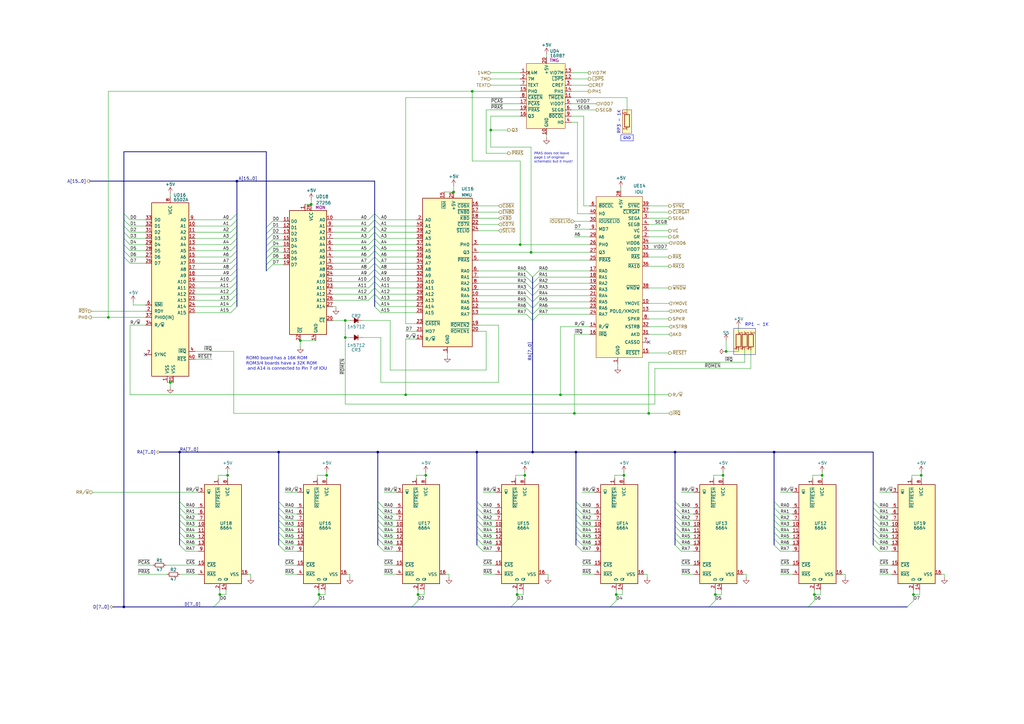
<source format=kicad_sch>
(kicad_sch (version 20230121) (generator eeschema)
  (paper "A3")
  (title_block (title "CPU") (date "2023-05-05") (rev "2") (company "bald.ee/bitpreserve") (comment 1 "Apple IIc ROM255"))
  (junction (at 255.905 194.945))
  (junction (at 252.73 243.84))
  (junction (at 334.01 243.84))
  (junction (at 229.87 161.925))
  (junction (at 193.675 37.465))
  (junction (at 50.8 248.92))
  (junction (at 235.585 169.545))
  (junction (at 337.185 194.945))
  (junction (at 374.65 243.84))
  (junction (at 93.345 194.945))
  (junction (at 317.5 185.42))
  (junction (at 69.85 156.845))
  (junction (at 236.22 185.42))
  (junction (at 127.635 83.82))
  (junction (at 276.86 185.42))
  (junction (at 154.94 185.42))
  (junction (at 215.265 194.945))
  (junction (at 186.055 78.74))
  (junction (at 266.065 169.545))
  (junction (at 123.19 139.7))
  (junction (at 141.605 131.445))
  (junction (at 174.625 194.945))
  (junction (at 296.545 194.945))
  (junction (at 133.985 194.945))
  (junction (at 114.3 185.42))
  (junction (at 130.81 243.84))
  (junction (at 213.36 100.33))
  (junction (at 218.44 185.42))
  (junction (at 195.58 185.42))
  (junction (at 73.66 185.42))
  (junction (at 377.825 194.945))
  (junction (at 97.155 74.295))
  (junction (at 297.815 144.145))
  (junction (at 90.17 243.84))
  (junction (at 141.605 138.43))
  (junction (at 217.805 103.505))
  (junction (at 293.37 243.84))
  (junction (at 212.09 243.84))
  (junction (at 44.45 130.175))
  (junction (at 201.295 53.34))
  (junction (at 166.37 161.925))
  (junction (at 171.45 243.84))
  (no_connect (at 266.065 140.335))
  (no_connect (at 59.69 145.415))
  (bus_entry (at 154.94 210.82) (size 2.54 2.54))
  (bus_entry (at 195.58 208.28) (size 2.54 2.54))
  (bus_entry (at 153.67 105.41) (size -2.54 2.54))
  (bus_entry (at 218.44 126.365) (size -2.54 -2.54))
  (bus_entry (at 317.5 210.82) (size 2.54 2.54))
  (bus_entry (at 276.86 223.52) (size 2.54 2.54))
  (bus_entry (at 317.5 205.74) (size 2.54 2.54))
  (bus_entry (at 73.66 218.44) (size 2.54 2.54))
  (bus_entry (at 236.22 210.82) (size 2.54 2.54))
  (bus_entry (at 109.22 111.125) (size 2.54 -2.54))
  (bus_entry (at 114.3 223.52) (size 2.54 2.54))
  (bus_entry (at 153.67 92.71) (size -2.54 2.54))
  (bus_entry (at 109.22 103.505) (size 2.54 -2.54))
  (bus_entry (at 331.47 248.92) (size 2.54 -2.54))
  (bus_entry (at 153.67 113.03) (size -2.54 2.54))
  (bus_entry (at 195.58 213.36) (size 2.54 2.54))
  (bus_entry (at 153.67 118.11) (size -2.54 2.54))
  (bus_entry (at 317.5 220.98) (size 2.54 2.54))
  (bus_entry (at 50.8 90.17) (size 2.54 2.54))
  (bus_entry (at 153.67 87.63) (size -2.54 2.54))
  (bus_entry (at 153.67 118.11) (size 2.54 2.54))
  (bus_entry (at 153.67 92.71) (size 2.54 2.54))
  (bus_entry (at 154.94 223.52) (size 2.54 2.54))
  (bus_entry (at 195.58 223.52) (size 2.54 2.54))
  (bus_entry (at 153.67 97.79) (size -2.54 2.54))
  (bus_entry (at 153.67 102.87) (size 2.54 2.54))
  (bus_entry (at 114.3 205.74) (size 2.54 2.54))
  (bus_entry (at 218.44 123.825) (size -2.54 -2.54))
  (bus_entry (at 195.58 205.74) (size 2.54 2.54))
  (bus_entry (at 154.94 220.98) (size 2.54 2.54))
  (bus_entry (at 218.44 128.905) (size 2.54 -2.54))
  (bus_entry (at 73.66 208.28) (size 2.54 2.54))
  (bus_entry (at 153.67 125.73) (size 2.54 2.54))
  (bus_entry (at 97.155 87.63) (size -2.54 2.54))
  (bus_entry (at 153.67 123.19) (size 2.54 2.54))
  (bus_entry (at 153.67 110.49) (size -2.54 2.54))
  (bus_entry (at 109.22 93.345) (size 2.54 -2.54))
  (bus_entry (at 358.14 210.82) (size 2.54 2.54))
  (bus_entry (at 218.44 131.445) (size -2.54 -2.54))
  (bus_entry (at 73.66 215.9) (size 2.54 2.54))
  (bus_entry (at 73.66 205.74) (size 2.54 2.54))
  (bus_entry (at 97.155 107.95) (size -2.54 2.54))
  (bus_entry (at 97.155 118.11) (size -2.54 2.54))
  (bus_entry (at 250.19 248.92) (size 2.54 -2.54))
  (bus_entry (at 195.58 220.98) (size 2.54 2.54))
  (bus_entry (at 276.86 208.28) (size 2.54 2.54))
  (bus_entry (at 50.8 105.41) (size 2.54 2.54))
  (bus_entry (at 97.155 100.33) (size -2.54 2.54))
  (bus_entry (at 73.66 213.36) (size 2.54 2.54))
  (bus_entry (at 50.8 97.79) (size 2.54 2.54))
  (bus_entry (at 153.67 100.33) (size 2.54 2.54))
  (bus_entry (at 276.86 210.82) (size 2.54 2.54))
  (bus_entry (at 153.67 87.63) (size 2.54 2.54))
  (bus_entry (at 114.3 220.98) (size 2.54 2.54))
  (bus_entry (at 154.94 213.36) (size 2.54 2.54))
  (bus_entry (at 128.27 248.92) (size 2.54 -2.54))
  (bus_entry (at 153.67 102.87) (size -2.54 2.54))
  (bus_entry (at 168.91 248.92) (size 2.54 -2.54))
  (bus_entry (at 153.67 120.65) (size -2.54 2.54))
  (bus_entry (at 154.94 215.9) (size 2.54 2.54))
  (bus_entry (at 97.155 115.57) (size -2.54 2.54))
  (bus_entry (at 87.63 248.92) (size 2.54 -2.54))
  (bus_entry (at 114.3 213.36) (size 2.54 2.54))
  (bus_entry (at 154.94 208.28) (size 2.54 2.54))
  (bus_entry (at 114.3 218.44) (size 2.54 2.54))
  (bus_entry (at 153.67 97.79) (size 2.54 2.54))
  (bus_entry (at 276.86 213.36) (size 2.54 2.54))
  (bus_entry (at 97.155 110.49) (size -2.54 2.54))
  (bus_entry (at 218.44 123.825) (size 2.54 -2.54))
  (bus_entry (at 317.5 213.36) (size 2.54 2.54))
  (bus_entry (at 218.44 121.285) (size 2.54 -2.54))
  (bus_entry (at 73.66 220.98) (size 2.54 2.54))
  (bus_entry (at 218.44 121.285) (size -2.54 -2.54))
  (bus_entry (at 236.22 223.52) (size 2.54 2.54))
  (bus_entry (at 109.22 100.965) (size 2.54 -2.54))
  (bus_entry (at 97.155 102.87) (size -2.54 2.54))
  (bus_entry (at 218.44 118.745) (size -2.54 -2.54))
  (bus_entry (at 114.3 215.9) (size 2.54 2.54))
  (bus_entry (at 153.67 100.33) (size -2.54 2.54))
  (bus_entry (at 109.22 106.045) (size 2.54 -2.54))
  (bus_entry (at 218.44 116.205) (size 2.54 -2.54))
  (bus_entry (at 153.67 110.49) (size 2.54 2.54))
  (bus_entry (at 236.22 213.36) (size 2.54 2.54))
  (bus_entry (at 153.67 120.65) (size 2.54 2.54))
  (bus_entry (at 317.5 208.28) (size 2.54 2.54))
  (bus_entry (at 97.155 105.41) (size -2.54 2.54))
  (bus_entry (at 114.3 210.82) (size 2.54 2.54))
  (bus_entry (at 358.14 213.36) (size 2.54 2.54))
  (bus_entry (at 358.14 215.9) (size 2.54 2.54))
  (bus_entry (at 290.83 248.92) (size 2.54 -2.54))
  (bus_entry (at 73.66 223.52) (size 2.54 2.54))
  (bus_entry (at 276.86 218.44) (size 2.54 2.54))
  (bus_entry (at 276.86 205.74) (size 2.54 2.54))
  (bus_entry (at 317.5 215.9) (size 2.54 2.54))
  (bus_entry (at 218.44 113.665) (size 2.54 -2.54))
  (bus_entry (at 97.155 90.17) (size -2.54 2.54))
  (bus_entry (at 153.67 115.57) (size -2.54 2.54))
  (bus_entry (at 358.14 220.98) (size 2.54 2.54))
  (bus_entry (at 50.8 87.63) (size 2.54 2.54))
  (bus_entry (at 153.67 113.03) (size 2.54 2.54))
  (bus_entry (at 154.94 205.74) (size 2.54 2.54))
  (bus_entry (at 195.58 218.44) (size 2.54 2.54))
  (bus_entry (at 236.22 205.74) (size 2.54 2.54))
  (bus_entry (at 97.155 97.79) (size -2.54 2.54))
  (bus_entry (at 236.22 208.28) (size 2.54 2.54))
  (bus_entry (at 358.14 205.74) (size 2.54 2.54))
  (bus_entry (at 153.67 95.25) (size -2.54 2.54))
  (bus_entry (at 218.44 126.365) (size 2.54 -2.54))
  (bus_entry (at 153.67 107.95) (size -2.54 2.54))
  (bus_entry (at 236.22 218.44) (size 2.54 2.54))
  (bus_entry (at 358.14 208.28) (size 2.54 2.54))
  (bus_entry (at 50.8 92.71) (size 2.54 2.54))
  (bus_entry (at 236.22 220.98) (size 2.54 2.54))
  (bus_entry (at 73.66 210.82) (size 2.54 2.54))
  (bus_entry (at 195.58 210.82) (size 2.54 2.54))
  (bus_entry (at 218.44 131.445) (size 2.54 -2.54))
  (bus_entry (at 218.44 113.665) (size -2.54 -2.54))
  (bus_entry (at 153.67 90.17) (size -2.54 2.54))
  (bus_entry (at 50.8 102.87) (size 2.54 2.54))
  (bus_entry (at 153.67 115.57) (size 2.54 2.54))
  (bus_entry (at 153.67 90.17) (size 2.54 2.54))
  (bus_entry (at 50.8 95.25) (size 2.54 2.54))
  (bus_entry (at 97.155 113.03) (size -2.54 2.54))
  (bus_entry (at 358.14 218.44) (size 2.54 2.54))
  (bus_entry (at 317.5 218.44) (size 2.54 2.54))
  (bus_entry (at 153.67 95.25) (size 2.54 2.54))
  (bus_entry (at 218.44 116.205) (size -2.54 -2.54))
  (bus_entry (at 276.86 220.98) (size 2.54 2.54))
  (bus_entry (at 218.44 118.745) (size 2.54 -2.54))
  (bus_entry (at 195.58 215.9) (size 2.54 2.54))
  (bus_entry (at 114.3 208.28) (size 2.54 2.54))
  (bus_entry (at 109.22 98.425) (size 2.54 -2.54))
  (bus_entry (at 218.44 128.905) (size -2.54 -2.54))
  (bus_entry (at 109.22 95.885) (size 2.54 -2.54))
  (bus_entry (at 317.5 223.52) (size 2.54 2.54))
  (bus_entry (at 153.67 105.41) (size 2.54 2.54))
  (bus_entry (at 276.86 215.9) (size 2.54 2.54))
  (bus_entry (at 209.55 248.92) (size 2.54 -2.54))
  (bus_entry (at 97.155 125.73) (size -2.54 2.54))
  (bus_entry (at 153.67 107.95) (size 2.54 2.54))
  (bus_entry (at 358.14 223.52) (size 2.54 2.54))
  (bus_entry (at 236.22 215.9) (size 2.54 2.54))
  (bus_entry (at 97.155 92.71) (size -2.54 2.54))
  (bus_entry (at 97.155 95.25) (size -2.54 2.54))
  (bus_entry (at 50.8 100.33) (size 2.54 2.54))
  (bus_entry (at 154.94 218.44) (size 2.54 2.54))
  (bus_entry (at 97.155 123.19) (size -2.54 2.54))
  (bus_entry (at 109.22 108.585) (size 2.54 -2.54))
  (bus_entry (at 372.11 248.92) (size 2.54 -2.54))
  (bus_entry (at 97.155 120.65) (size -2.54 2.54))
  (wire (pts (xy 204.47 156.845) (xy 156.21 156.845)))
  (wire (pts (xy 279.4 201.93) (xy 284.48 201.93)))
  (wire (pts (xy 196.215 103.505) (xy 217.805 103.505)))
  (wire (pts (xy 252.095 196.215) (xy 252.095 194.945)))
  (wire (pts (xy 196.215 118.745) (xy 215.9 118.745)))
  (wire (pts (xy 235.585 97.155) (xy 241.935 97.155)))
  (wire (pts (xy 76.2 215.9) (xy 81.28 215.9)))
  (bus (pts (xy 153.67 120.65) (xy 153.67 118.11)))
  (wire (pts (xy 224.155 55.245) (xy 224.155 56.515)))
  (wire (pts (xy 141.605 138.43) (xy 141.605 165.735)))
  (bus (pts (xy 195.58 215.9) (xy 195.58 218.44)))
  (bus (pts (xy 109.22 62.23) (xy 109.22 93.345)))
  (bus (pts (xy 114.3 205.74) (xy 114.3 208.28)))
  (bus (pts (xy 317.5 218.44) (xy 317.5 220.98)))
  (wire (pts (xy 69.85 79.375) (xy 69.85 80.645)))
  (bus (pts (xy 358.14 220.98) (xy 358.14 223.52)))
  (wire (pts (xy 360.68 208.28) (xy 365.76 208.28)))
  (wire (pts (xy 214.63 243.84) (xy 212.09 243.84)))
  (wire (pts (xy 76.2 220.98) (xy 81.28 220.98)))
  (bus (pts (xy 331.47 248.92) (xy 372.11 248.92)))
  (wire (pts (xy 157.48 201.93) (xy 162.56 201.93)))
  (wire (pts (xy 296.545 194.945) (xy 296.545 196.215)))
  (wire (pts (xy 199.39 151.765) (xy 160.02 151.765)))
  (wire (pts (xy 238.76 201.93) (xy 243.84 201.93)))
  (bus (pts (xy 218.44 185.42) (xy 236.22 185.42)))
  (wire (pts (xy 136.525 125.73) (xy 137.795 125.73)))
  (wire (pts (xy 198.12 223.52) (xy 203.2 223.52)))
  (wire (pts (xy 279.4 226.06) (xy 284.48 226.06)))
  (wire (pts (xy 160.02 131.445) (xy 160.02 151.765)))
  (wire (pts (xy 196.215 121.285) (xy 215.9 121.285)))
  (bus (pts (xy 153.67 123.19) (xy 153.67 120.65)))
  (wire (pts (xy 266.065 97.155) (xy 274.32 97.155)))
  (wire (pts (xy 151.13 102.87) (xy 136.525 102.87)))
  (wire (pts (xy 201.295 53.34) (xy 208.28 53.34)))
  (wire (pts (xy 297.815 139.7) (xy 297.815 144.145)))
  (wire (pts (xy 198.12 220.98) (xy 203.2 220.98)))
  (bus (pts (xy 195.58 213.36) (xy 195.58 215.9)))
  (bus (pts (xy 97.155 92.71) (xy 97.155 95.25)))
  (bus (pts (xy 153.67 102.87) (xy 153.67 100.33)))
  (wire (pts (xy 377.19 241.935) (xy 377.19 243.84)))
  (wire (pts (xy 292.735 196.215) (xy 292.735 194.945)))
  (wire (pts (xy 198.12 235.585) (xy 203.2 235.585)))
  (wire (pts (xy 156.21 123.19) (xy 170.815 123.19)))
  (bus (pts (xy 50.8 105.41) (xy 50.8 248.92)))
  (bus (pts (xy 153.67 90.17) (xy 153.67 87.63)))
  (wire (pts (xy 336.55 241.935) (xy 336.55 243.84)))
  (bus (pts (xy 114.3 218.44) (xy 114.3 220.98)))
  (bus (pts (xy 46.355 248.92) (xy 50.8 248.92)))
  (wire (pts (xy 279.4 213.36) (xy 284.48 213.36)))
  (wire (pts (xy 193.675 37.465) (xy 44.45 37.465)))
  (wire (pts (xy 229.87 133.985) (xy 229.87 161.925)))
  (bus (pts (xy 154.94 208.28) (xy 154.94 210.82)))
  (wire (pts (xy 201.295 34.925) (xy 213.36 34.925)))
  (wire (pts (xy 127.635 81.915) (xy 127.635 83.82)))
  (wire (pts (xy 198.12 208.28) (xy 203.2 208.28)))
  (wire (pts (xy 266.065 169.545) (xy 274.32 169.545)))
  (wire (pts (xy 199.39 62.865) (xy 208.28 62.865)))
  (wire (pts (xy 213.36 40.005) (xy 166.37 40.005)))
  (wire (pts (xy 53.34 107.95) (xy 59.69 107.95)))
  (wire (pts (xy 201.295 60.325) (xy 201.295 53.34)))
  (wire (pts (xy 151.13 97.79) (xy 136.525 97.79)))
  (bus (pts (xy 50.8 87.63) (xy 50.8 62.23)))
  (wire (pts (xy 151.13 95.25) (xy 136.525 95.25)))
  (wire (pts (xy 199.39 45.085) (xy 199.39 62.865)))
  (wire (pts (xy 196.215 89.535) (xy 204.47 89.535)))
  (wire (pts (xy 156.21 138.43) (xy 156.21 156.845)))
  (bus (pts (xy 153.67 92.71) (xy 153.67 90.17)))
  (wire (pts (xy 217.805 60.325) (xy 201.295 60.325)))
  (wire (pts (xy 193.675 66.04) (xy 213.36 66.04)))
  (wire (pts (xy 217.805 103.505) (xy 217.805 60.325)))
  (wire (pts (xy 156.21 102.87) (xy 170.815 102.87)))
  (wire (pts (xy 360.68 235.585) (xy 365.76 235.585)))
  (wire (pts (xy 334.01 243.84) (xy 334.01 246.38)))
  (bus (pts (xy 114.3 215.9) (xy 114.3 218.44)))
  (wire (pts (xy 156.21 90.17) (xy 170.815 90.17)))
  (bus (pts (xy 153.67 105.41) (xy 153.67 102.87)))
  (wire (pts (xy 157.48 208.28) (xy 162.56 208.28)))
  (bus (pts (xy 317.5 208.28) (xy 317.5 210.82)))
  (wire (pts (xy 151.13 110.49) (xy 136.525 110.49)))
  (wire (pts (xy 182.88 235.585) (xy 184.15 235.585)))
  (wire (pts (xy 116.84 208.28) (xy 121.92 208.28)))
  (wire (pts (xy 198.12 226.06) (xy 203.2 226.06)))
  (wire (pts (xy 116.84 235.585) (xy 121.92 235.585)))
  (wire (pts (xy 44.45 130.175) (xy 59.69 130.175)))
  (wire (pts (xy 151.13 90.17) (xy 136.525 90.17)))
  (bus (pts (xy 65.405 185.42) (xy 73.66 185.42)))
  (bus (pts (xy 73.66 215.9) (xy 73.66 218.44)))
  (wire (pts (xy 238.76 223.52) (xy 243.84 223.52)))
  (wire (pts (xy 56.515 231.775) (xy 62.865 231.775)))
  (wire (pts (xy 266.065 127.635) (xy 274.32 127.635)))
  (wire (pts (xy 213.36 66.04) (xy 213.36 100.33)))
  (wire (pts (xy 255.27 241.935) (xy 255.27 243.84)))
  (bus (pts (xy 250.19 248.92) (xy 290.83 248.92)))
  (wire (pts (xy 196.215 116.205) (xy 215.9 116.205)))
  (wire (pts (xy 266.065 133.985) (xy 274.32 133.985)))
  (bus (pts (xy 97.155 118.11) (xy 97.155 120.65)))
  (wire (pts (xy 198.12 215.9) (xy 203.2 215.9)))
  (wire (pts (xy 212.09 243.84) (xy 212.09 246.38)))
  (wire (pts (xy 213.36 100.33) (xy 241.935 100.33)))
  (wire (pts (xy 220.98 111.125) (xy 241.935 111.125)))
  (wire (pts (xy 279.4 220.98) (xy 284.48 220.98)))
  (bus (pts (xy 73.66 208.28) (xy 73.66 210.82)))
  (bus (pts (xy 97.155 87.63) (xy 97.155 90.17)))
  (wire (pts (xy 94.615 92.71) (xy 80.01 92.71)))
  (wire (pts (xy 37.465 130.175) (xy 44.45 130.175)))
  (wire (pts (xy 201.295 29.845) (xy 213.36 29.845)))
  (wire (pts (xy 156.21 128.27) (xy 170.815 128.27)))
  (wire (pts (xy 156.21 92.71) (xy 170.815 92.71)))
  (wire (pts (xy 220.98 113.665) (xy 241.935 113.665)))
  (wire (pts (xy 174.625 194.945) (xy 174.625 196.215)))
  (wire (pts (xy 266.065 148.59) (xy 266.065 169.545)))
  (wire (pts (xy 377.825 194.945) (xy 377.825 196.215)))
  (bus (pts (xy 50.8 95.25) (xy 50.8 97.79)))
  (wire (pts (xy 94.615 128.27) (xy 80.01 128.27)))
  (bus (pts (xy 218.44 126.365) (xy 218.44 128.905)))
  (wire (pts (xy 224.79 235.585) (xy 224.79 236.855)))
  (wire (pts (xy 266.065 118.11) (xy 274.32 118.11)))
  (wire (pts (xy 151.13 120.65) (xy 136.525 120.65)))
  (wire (pts (xy 302.895 133.985) (xy 302.895 135.89)))
  (wire (pts (xy 234.315 45.085) (xy 244.475 45.085)))
  (wire (pts (xy 235.585 137.16) (xy 235.585 169.545)))
  (bus (pts (xy 358.14 210.82) (xy 358.14 213.36)))
  (wire (pts (xy 53.34 90.17) (xy 59.69 90.17)))
  (wire (pts (xy 111.76 100.965) (xy 116.205 100.965)))
  (wire (pts (xy 94.615 115.57) (xy 80.01 115.57)))
  (wire (pts (xy 156.21 100.33) (xy 170.815 100.33)))
  (wire (pts (xy 238.76 208.28) (xy 243.84 208.28)))
  (bus (pts (xy 317.5 215.9) (xy 317.5 218.44)))
  (wire (pts (xy 220.98 121.285) (xy 241.935 121.285)))
  (wire (pts (xy 235.585 137.16) (xy 241.935 137.16)))
  (wire (pts (xy 223.52 235.585) (xy 224.79 235.585)))
  (wire (pts (xy 292.735 194.945) (xy 296.545 194.945)))
  (wire (pts (xy 94.615 118.11) (xy 80.01 118.11)))
  (wire (pts (xy 196.215 106.68) (xy 241.935 106.68)))
  (wire (pts (xy 54.61 125.095) (xy 59.69 125.095)))
  (bus (pts (xy 73.66 210.82) (xy 73.66 213.36)))
  (wire (pts (xy 241.935 84.455) (xy 239.395 84.455)))
  (wire (pts (xy 151.13 118.11) (xy 136.525 118.11)))
  (wire (pts (xy 183.515 144.78) (xy 183.515 146.05)))
  (wire (pts (xy 94.615 100.33) (xy 80.01 100.33)))
  (wire (pts (xy 239.395 47.625) (xy 239.395 84.455)))
  (wire (pts (xy 196.215 113.665) (xy 215.9 113.665)))
  (wire (pts (xy 125.095 83.82) (xy 127.635 83.82)))
  (bus (pts (xy 358.14 218.44) (xy 358.14 220.98)))
  (wire (pts (xy 201.295 47.625) (xy 201.295 53.34)))
  (wire (pts (xy 198.12 218.44) (xy 203.2 218.44)))
  (bus (pts (xy 97.155 102.87) (xy 97.155 105.41)))
  (wire (pts (xy 320.04 213.36) (xy 325.12 213.36)))
  (bus (pts (xy 218.44 121.285) (xy 218.44 123.825)))
  (bus (pts (xy 236.22 205.74) (xy 236.22 208.28)))
  (bus (pts (xy 276.86 218.44) (xy 276.86 220.98)))
  (wire (pts (xy 198.12 213.36) (xy 203.2 213.36)))
  (bus (pts (xy 73.66 185.42) (xy 114.3 185.42)))
  (wire (pts (xy 69.85 156.845) (xy 69.85 158.75)))
  (wire (pts (xy 238.76 220.98) (xy 243.84 220.98)))
  (bus (pts (xy 114.3 213.36) (xy 114.3 215.9)))
  (bus (pts (xy 317.5 210.82) (xy 317.5 213.36)))
  (wire (pts (xy 73.66 235.585) (xy 81.28 235.585)))
  (bus (pts (xy 358.14 185.42) (xy 358.14 205.74)))
  (bus (pts (xy 218.44 118.745) (xy 218.44 121.285)))
  (wire (pts (xy 116.84 231.775) (xy 121.92 231.775)))
  (wire (pts (xy 151.13 105.41) (xy 136.525 105.41)))
  (wire (pts (xy 76.2 213.36) (xy 81.28 213.36)))
  (wire (pts (xy 130.81 243.84) (xy 130.81 241.935)))
  (bus (pts (xy 97.155 90.17) (xy 97.155 92.71)))
  (bus (pts (xy 50.8 87.63) (xy 50.8 90.17)))
  (wire (pts (xy 142.24 235.585) (xy 143.51 235.585)))
  (wire (pts (xy 90.17 243.84) (xy 90.17 246.38)))
  (wire (pts (xy 346.71 235.585) (xy 346.71 236.855)))
  (wire (pts (xy 266.065 130.81) (xy 274.32 130.81)))
  (wire (pts (xy 266.065 84.455) (xy 274.32 84.455)))
  (bus (pts (xy 153.67 125.73) (xy 153.67 123.19)))
  (wire (pts (xy 170.815 194.945) (xy 174.625 194.945)))
  (bus (pts (xy 276.86 213.36) (xy 276.86 215.9)))
  (wire (pts (xy 211.455 196.215) (xy 211.455 194.945)))
  (wire (pts (xy 93.345 193.675) (xy 93.345 194.945)))
  (wire (pts (xy 266.065 89.535) (xy 274.32 89.535)))
  (bus (pts (xy 236.22 185.42) (xy 236.22 205.74)))
  (wire (pts (xy 38.1 201.93) (xy 81.28 201.93)))
  (wire (pts (xy 337.185 194.945) (xy 337.185 196.215)))
  (bus (pts (xy 97.155 110.49) (xy 97.155 113.03)))
  (bus (pts (xy 218.44 116.205) (xy 218.44 118.745)))
  (wire (pts (xy 238.76 231.775) (xy 243.84 231.775)))
  (wire (pts (xy 279.4 218.44) (xy 284.48 218.44)))
  (wire (pts (xy 334.01 243.84) (xy 334.01 241.935)))
  (wire (pts (xy 201.295 32.385) (xy 213.36 32.385)))
  (wire (pts (xy 279.4 215.9) (xy 284.48 215.9)))
  (wire (pts (xy 279.4 210.82) (xy 284.48 210.82)))
  (wire (pts (xy 196.215 100.33) (xy 213.36 100.33)))
  (wire (pts (xy 235.585 93.98) (xy 241.935 93.98)))
  (wire (pts (xy 156.21 97.79) (xy 170.815 97.79)))
  (wire (pts (xy 166.37 161.925) (xy 53.34 161.925)))
  (wire (pts (xy 94.615 120.65) (xy 80.01 120.65)))
  (wire (pts (xy 116.84 201.93) (xy 121.92 201.93)))
  (wire (pts (xy 101.6 235.585) (xy 102.87 235.585)))
  (wire (pts (xy 92.71 241.935) (xy 92.71 243.84)))
  (bus (pts (xy 153.67 97.79) (xy 153.67 95.25)))
  (bus (pts (xy 153.67 110.49) (xy 153.67 107.95)))
  (wire (pts (xy 196.215 94.615) (xy 204.47 94.615)))
  (wire (pts (xy 94.615 95.25) (xy 80.01 95.25)))
  (wire (pts (xy 320.04 210.82) (xy 325.12 210.82)))
  (bus (pts (xy 36.83 74.295) (xy 97.155 74.295)))
  (wire (pts (xy 266.065 105.41) (xy 274.32 105.41)))
  (bus (pts (xy 154.94 205.74) (xy 154.94 208.28)))
  (bus (pts (xy 317.5 185.42) (xy 358.14 185.42)))
  (wire (pts (xy 137.795 125.73) (xy 137.795 126.365)))
  (wire (pts (xy 156.21 107.95) (xy 170.815 107.95)))
  (wire (pts (xy 171.45 243.84) (xy 171.45 246.38)))
  (bus (pts (xy 153.67 74.295) (xy 153.67 87.63)))
  (bus (pts (xy 218.44 113.665) (xy 218.44 116.205)))
  (wire (pts (xy 320.04 235.585) (xy 325.12 235.585)))
  (wire (pts (xy 374.65 243.84) (xy 377.19 243.84)))
  (wire (pts (xy 166.37 139.065) (xy 170.815 139.065)))
  (wire (pts (xy 116.84 210.82) (xy 121.92 210.82)))
  (wire (pts (xy 94.615 97.79) (xy 80.01 97.79)))
  (bus (pts (xy 154.94 215.9) (xy 154.94 218.44)))
  (wire (pts (xy 266.065 148.59) (xy 305.435 148.59)))
  (bus (pts (xy 153.67 95.25) (xy 153.67 92.71)))
  (bus (pts (xy 195.58 218.44) (xy 195.58 220.98)))
  (wire (pts (xy 264.16 235.585) (xy 265.43 235.585)))
  (wire (pts (xy 255.905 194.945) (xy 255.905 196.215)))
  (bus (pts (xy 109.22 108.585) (xy 109.22 111.125)))
  (wire (pts (xy 156.21 105.41) (xy 170.815 105.41)))
  (wire (pts (xy 196.215 86.995) (xy 204.47 86.995)))
  (bus (pts (xy 73.66 185.42) (xy 73.66 205.74)))
  (wire (pts (xy 196.215 128.905) (xy 215.9 128.905)))
  (wire (pts (xy 157.48 213.36) (xy 162.56 213.36)))
  (wire (pts (xy 151.13 92.71) (xy 136.525 92.71)))
  (wire (pts (xy 295.91 243.84) (xy 293.37 243.84)))
  (bus (pts (xy 153.67 107.95) (xy 153.67 105.41)))
  (bus (pts (xy 97.155 74.295) (xy 153.67 74.295)))
  (wire (pts (xy 360.68 231.775) (xy 365.76 231.775)))
  (wire (pts (xy 235.585 169.545) (xy 266.065 169.545)))
  (bus (pts (xy 236.22 220.98) (xy 236.22 223.52)))
  (bus (pts (xy 154.94 210.82) (xy 154.94 213.36)))
  (wire (pts (xy 336.55 243.84) (xy 334.01 243.84)))
  (bus (pts (xy 50.8 102.87) (xy 50.8 105.41)))
  (wire (pts (xy 360.68 220.98) (xy 365.76 220.98)))
  (bus (pts (xy 109.22 95.885) (xy 109.22 98.425)))
  (wire (pts (xy 111.76 93.345) (xy 116.205 93.345)))
  (wire (pts (xy 386.08 235.585) (xy 387.35 235.585)))
  (bus (pts (xy 236.22 215.9) (xy 236.22 218.44)))
  (wire (pts (xy 302.895 144.145) (xy 297.815 144.145)))
  (bus (pts (xy 317.5 185.42) (xy 317.5 205.74)))
  (wire (pts (xy 333.375 194.945) (xy 337.185 194.945)))
  (bus (pts (xy 97.155 100.33) (xy 97.155 102.87)))
  (bus (pts (xy 50.8 90.17) (xy 50.8 92.71)))
  (wire (pts (xy 94.615 107.95) (xy 80.01 107.95)))
  (wire (pts (xy 215.265 193.675) (xy 215.265 194.945)))
  (wire (pts (xy 76.2 226.06) (xy 81.28 226.06)))
  (wire (pts (xy 213.36 47.625) (xy 201.295 47.625)))
  (wire (pts (xy 295.91 241.935) (xy 295.91 243.84)))
  (wire (pts (xy 116.84 213.36) (xy 121.92 213.36)))
  (wire (pts (xy 196.215 133.35) (xy 204.47 133.35)))
  (wire (pts (xy 199.39 45.085) (xy 213.36 45.085)))
  (wire (pts (xy 53.34 100.33) (xy 59.69 100.33)))
  (bus (pts (xy 209.55 248.92) (xy 250.19 248.92)))
  (wire (pts (xy 305.435 143.51) (xy 305.435 148.59)))
  (wire (pts (xy 53.34 161.925) (xy 53.34 133.35)))
  (wire (pts (xy 374.015 196.215) (xy 374.015 194.945)))
  (wire (pts (xy 320.04 218.44) (xy 325.12 218.44)))
  (bus (pts (xy 97.155 113.03) (xy 97.155 115.57)))
  (wire (pts (xy 257.175 40.005) (xy 257.175 45.72)))
  (bus (pts (xy 114.3 208.28) (xy 114.3 210.82)))
  (bus (pts (xy 128.27 248.92) (xy 168.91 248.92)))
  (wire (pts (xy 306.07 235.585) (xy 306.07 236.855)))
  (wire (pts (xy 238.76 213.36) (xy 243.84 213.36)))
  (wire (pts (xy 193.675 37.465) (xy 213.36 37.465)))
  (wire (pts (xy 196.215 84.455) (xy 204.47 84.455)))
  (wire (pts (xy 387.35 235.585) (xy 387.35 236.855)))
  (wire (pts (xy 37.465 127.635) (xy 59.69 127.635)))
  (wire (pts (xy 215.265 194.945) (xy 215.265 196.215)))
  (wire (pts (xy 238.76 218.44) (xy 243.84 218.44)))
  (wire (pts (xy 92.71 243.84) (xy 90.17 243.84)))
  (bus (pts (xy 73.66 213.36) (xy 73.66 215.9)))
  (wire (pts (xy 214.63 241.935) (xy 214.63 243.84)))
  (bus (pts (xy 236.22 213.36) (xy 236.22 215.9)))
  (bus (pts (xy 276.86 205.74) (xy 276.86 208.28)))
  (wire (pts (xy 238.76 210.82) (xy 243.84 210.82)))
  (wire (pts (xy 141.605 138.43) (xy 141.605 131.445)))
  (wire (pts (xy 156.21 110.49) (xy 170.815 110.49)))
  (wire (pts (xy 157.48 231.775) (xy 162.56 231.775)))
  (wire (pts (xy 345.44 235.585) (xy 346.71 235.585)))
  (wire (pts (xy 133.35 241.935) (xy 133.35 243.84)))
  (wire (pts (xy 217.805 103.505) (xy 241.935 103.505)))
  (wire (pts (xy 171.45 243.84) (xy 171.45 241.935)))
  (wire (pts (xy 333.375 196.215) (xy 333.375 194.945)))
  (wire (pts (xy 111.76 108.585) (xy 116.205 108.585)))
  (wire (pts (xy 53.34 97.79) (xy 59.69 97.79)))
  (wire (pts (xy 130.81 243.84) (xy 130.81 246.38)))
  (wire (pts (xy 279.4 223.52) (xy 284.48 223.52)))
  (bus (pts (xy 50.8 100.33) (xy 50.8 102.87)))
  (wire (pts (xy 252.73 243.84) (xy 252.73 241.935)))
  (wire (pts (xy 94.615 102.87) (xy 80.01 102.87)))
  (wire (pts (xy 76.2 208.28) (xy 81.28 208.28)))
  (wire (pts (xy 320.04 226.06) (xy 325.12 226.06)))
  (wire (pts (xy 151.13 123.19) (xy 136.525 123.19)))
  (wire (pts (xy 266.065 144.78) (xy 274.32 144.78)))
  (wire (pts (xy 94.615 110.49) (xy 80.01 110.49)))
  (wire (pts (xy 111.76 95.885) (xy 116.205 95.885)))
  (wire (pts (xy 234.315 37.465) (xy 241.3 37.465)))
  (bus (pts (xy 290.83 248.92) (xy 331.47 248.92)))
  (wire (pts (xy 266.065 109.22) (xy 274.32 109.22)))
  (bus (pts (xy 195.58 210.82) (xy 195.58 213.36)))
  (wire (pts (xy 80.01 147.32) (xy 86.995 147.32)))
  (bus (pts (xy 114.3 185.42) (xy 114.3 205.74)))
  (bus (pts (xy 114.3 185.42) (xy 154.94 185.42)))
  (wire (pts (xy 151.13 115.57) (xy 136.525 115.57)))
  (bus (pts (xy 195.58 185.42) (xy 218.44 185.42)))
  (wire (pts (xy 196.215 135.89) (xy 199.39 135.89)))
  (wire (pts (xy 196.215 126.365) (xy 215.9 126.365)))
  (wire (pts (xy 224.155 22.225) (xy 224.155 23.495)))
  (bus (pts (xy 97.155 95.25) (xy 97.155 97.79)))
  (wire (pts (xy 220.98 123.825) (xy 241.935 123.825)))
  (wire (pts (xy 76.2 210.82) (xy 81.28 210.82)))
  (wire (pts (xy 201.295 42.545) (xy 213.36 42.545)))
  (bus (pts (xy 50.8 97.79) (xy 50.8 100.33)))
  (wire (pts (xy 252.095 194.945) (xy 255.905 194.945)))
  (wire (pts (xy 95.885 169.545) (xy 235.585 169.545)))
  (wire (pts (xy 68.58 156.845) (xy 69.85 156.845)))
  (wire (pts (xy 141.605 165.735) (xy 268.605 165.735)))
  (wire (pts (xy 293.37 243.84) (xy 293.37 241.935)))
  (wire (pts (xy 360.68 201.93) (xy 365.76 201.93)))
  (wire (pts (xy 151.13 107.95) (xy 136.525 107.95)))
  (wire (pts (xy 279.4 235.585) (xy 284.48 235.585)))
  (wire (pts (xy 265.43 235.585) (xy 265.43 236.855)))
  (bus (pts (xy 153.67 113.03) (xy 153.67 110.49)))
  (bus (pts (xy 97.155 74.295) (xy 97.155 87.63)))
  (bus (pts (xy 114.3 220.98) (xy 114.3 223.52)))
  (bus (pts (xy 168.91 248.92) (xy 209.55 248.92)))
  (wire (pts (xy 133.35 243.84) (xy 130.81 243.84)))
  (wire (pts (xy 337.185 193.675) (xy 337.185 194.945)))
  (wire (pts (xy 255.905 193.675) (xy 255.905 194.945)))
  (wire (pts (xy 76.2 223.52) (xy 81.28 223.52)))
  (wire (pts (xy 238.76 215.9) (xy 243.84 215.9)))
  (wire (pts (xy 279.4 208.28) (xy 284.48 208.28)))
  (wire (pts (xy 320.04 223.52) (xy 325.12 223.52)))
  (wire (pts (xy 93.345 194.945) (xy 93.345 196.215)))
  (bus (pts (xy 87.63 248.92) (xy 128.27 248.92)))
  (wire (pts (xy 116.84 226.06) (xy 121.92 226.06)))
  (wire (pts (xy 198.12 231.775) (xy 203.2 231.775)))
  (bus (pts (xy 154.94 185.42) (xy 195.58 185.42)))
  (wire (pts (xy 156.21 95.25) (xy 170.815 95.25)))
  (wire (pts (xy 320.04 220.98) (xy 325.12 220.98)))
  (bus (pts (xy 153.67 100.33) (xy 153.67 97.79)))
  (bus (pts (xy 73.66 205.74) (xy 73.66 208.28)))
  (bus (pts (xy 97.155 123.19) (xy 97.155 125.73)))
  (bus (pts (xy 317.5 213.36) (xy 317.5 215.9)))
  (wire (pts (xy 360.68 213.36) (xy 365.76 213.36)))
  (wire (pts (xy 234.315 34.925) (xy 241.3 34.925)))
  (wire (pts (xy 67.945 231.775) (xy 81.28 231.775)))
  (wire (pts (xy 170.815 132.715) (xy 166.37 132.715)))
  (wire (pts (xy 95.885 144.145) (xy 95.885 169.545)))
  (bus (pts (xy 276.86 185.42) (xy 276.86 205.74)))
  (wire (pts (xy 166.37 40.005) (xy 166.37 132.715)))
  (wire (pts (xy 235.585 90.805) (xy 241.935 90.805)))
  (wire (pts (xy 53.34 133.35) (xy 59.69 133.35)))
  (wire (pts (xy 266.065 124.46) (xy 274.32 124.46)))
  (bus (pts (xy 154.94 218.44) (xy 154.94 220.98)))
  (bus (pts (xy 195.58 220.98) (xy 195.58 223.52)))
  (wire (pts (xy 236.855 50.165) (xy 236.855 87.63)))
  (bus (pts (xy 195.58 208.28) (xy 195.58 210.82)))
  (bus (pts (xy 218.44 123.825) (xy 218.44 126.365)))
  (wire (pts (xy 196.215 92.075) (xy 204.47 92.075)))
  (wire (pts (xy 320.04 201.93) (xy 325.12 201.93)))
  (wire (pts (xy 56.515 235.585) (xy 68.58 235.585)))
  (wire (pts (xy 130.175 194.945) (xy 133.985 194.945)))
  (wire (pts (xy 244.475 42.545) (xy 234.315 42.545)))
  (bus (pts (xy 218.44 131.445) (xy 218.44 185.42)))
  (wire (pts (xy 133.985 194.945) (xy 133.985 196.215)))
  (wire (pts (xy 94.615 105.41) (xy 80.01 105.41)))
  (wire (pts (xy 69.85 156.845) (xy 71.12 156.845)))
  (wire (pts (xy 141.605 131.445) (xy 143.51 131.445)))
  (wire (pts (xy 116.84 220.98) (xy 121.92 220.98)))
  (wire (pts (xy 252.73 243.84) (xy 252.73 246.38)))
  (wire (pts (xy 253.365 149.225) (xy 253.365 150.495)))
  (wire (pts (xy 157.48 235.585) (xy 162.56 235.585)))
  (wire (pts (xy 374.65 243.84) (xy 374.65 246.38)))
  (bus (pts (xy 114.3 210.82) (xy 114.3 213.36)))
  (wire (pts (xy 234.315 32.385) (xy 241.3 32.385)))
  (wire (pts (xy 377.825 193.675) (xy 377.825 194.945)))
  (wire (pts (xy 279.4 231.775) (xy 284.48 231.775)))
  (bus (pts (xy 358.14 215.9) (xy 358.14 218.44)))
  (wire (pts (xy 220.98 118.745) (xy 241.935 118.745)))
  (bus (pts (xy 97.155 115.57) (xy 97.155 118.11)))
  (wire (pts (xy 143.51 138.43) (xy 141.605 138.43)))
  (wire (pts (xy 293.37 243.84) (xy 293.37 246.38)))
  (wire (pts (xy 204.47 133.35) (xy 204.47 156.845)))
  (wire (pts (xy 156.21 125.73) (xy 170.815 125.73)))
  (wire (pts (xy 90.17 243.84) (xy 90.17 241.935)))
  (wire (pts (xy 166.37 161.925) (xy 166.37 139.065)))
  (bus (pts (xy 195.58 185.42) (xy 195.58 205.74)))
  (wire (pts (xy 254.635 76.835) (xy 254.635 78.105)))
  (wire (pts (xy 320.04 215.9) (xy 325.12 215.9)))
  (wire (pts (xy 116.84 215.9) (xy 121.92 215.9)))
  (wire (pts (xy 238.76 226.06) (xy 243.84 226.06)))
  (wire (pts (xy 229.87 161.925) (xy 166.37 161.925)))
  (wire (pts (xy 94.615 113.03) (xy 80.01 113.03)))
  (wire (pts (xy 255.27 243.84) (xy 252.73 243.84)))
  (wire (pts (xy 220.98 116.205) (xy 241.935 116.205)))
  (bus (pts (xy 236.22 208.28) (xy 236.22 210.82)))
  (wire (pts (xy 186.055 76.2) (xy 186.055 78.74)))
  (wire (pts (xy 111.76 90.805) (xy 116.205 90.805)))
  (wire (pts (xy 44.45 37.465) (xy 44.45 130.175)))
  (bus (pts (xy 73.66 220.98) (xy 73.66 223.52)))
  (bus (pts (xy 236.22 185.42) (xy 276.86 185.42)))
  (bus (pts (xy 97.155 105.41) (xy 97.155 107.95)))
  (wire (pts (xy 182.245 78.74) (xy 186.055 78.74)))
  (wire (pts (xy 199.39 135.89) (xy 199.39 151.765)))
  (wire (pts (xy 94.615 125.73) (xy 80.01 125.73)))
  (wire (pts (xy 360.68 223.52) (xy 365.76 223.52)))
  (wire (pts (xy 173.99 241.935) (xy 173.99 243.84)))
  (bus (pts (xy 50.8 248.92) (xy 87.63 248.92)))
  (bus (pts (xy 73.66 218.44) (xy 73.66 220.98)))
  (bus (pts (xy 50.8 62.23) (xy 109.22 62.23)))
  (bus (pts (xy 317.5 205.74) (xy 317.5 208.28)))
  (wire (pts (xy 123.19 139.7) (xy 123.19 142.24)))
  (bus (pts (xy 109.22 98.425) (xy 109.22 100.965)))
  (wire (pts (xy 212.09 243.84) (xy 212.09 241.935)))
  (wire (pts (xy 220.98 128.905) (xy 241.935 128.905)))
  (wire (pts (xy 236.855 87.63) (xy 241.935 87.63)))
  (wire (pts (xy 94.615 90.17) (xy 80.01 90.17)))
  (wire (pts (xy 156.21 113.03) (xy 170.815 113.03)))
  (bus (pts (xy 109.22 103.505) (xy 109.22 106.045)))
  (wire (pts (xy 54.61 125.095) (xy 54.61 123.825)))
  (wire (pts (xy 198.12 201.93) (xy 203.2 201.93)))
  (wire (pts (xy 157.48 223.52) (xy 162.56 223.52)))
  (wire (pts (xy 102.87 235.585) (xy 102.87 236.855)))
  (wire (pts (xy 360.68 215.9) (xy 365.76 215.9)))
  (wire (pts (xy 156.21 120.65) (xy 170.815 120.65)))
  (wire (pts (xy 229.87 161.925) (xy 274.32 161.925)))
  (wire (pts (xy 266.065 137.16) (xy 274.32 137.16)))
  (wire (pts (xy 360.68 218.44) (xy 365.76 218.44)))
  (wire (pts (xy 53.34 105.41) (xy 59.69 105.41)))
  (wire (pts (xy 193.675 37.465) (xy 193.675 66.04)))
  (bus (pts (xy 97.155 97.79) (xy 97.155 100.33)))
  (wire (pts (xy 89.535 194.945) (xy 93.345 194.945)))
  (wire (pts (xy 111.76 106.045) (xy 116.205 106.045)))
  (wire (pts (xy 111.76 103.505) (xy 116.205 103.505)))
  (wire (pts (xy 268.605 151.13) (xy 268.605 165.735)))
  (wire (pts (xy 238.76 235.585) (xy 243.84 235.585)))
  (bus (pts (xy 153.67 118.11) (xy 153.67 115.57)))
  (wire (pts (xy 157.48 220.98) (xy 162.56 220.98)))
  (wire (pts (xy 304.8 235.585) (xy 306.07 235.585)))
  (wire (pts (xy 266.065 94.615) (xy 274.32 94.615)))
  (bus (pts (xy 276.86 220.98) (xy 276.86 223.52)))
  (wire (pts (xy 266.065 99.695) (xy 274.32 99.695)))
  (wire (pts (xy 53.34 95.25) (xy 59.69 95.25)))
  (wire (pts (xy 53.34 102.87) (xy 59.69 102.87)))
  (bus (pts (xy 109.22 106.045) (xy 109.22 108.585)))
  (wire (pts (xy 156.21 138.43) (xy 148.59 138.43)))
  (wire (pts (xy 174.625 193.675) (xy 174.625 194.945)))
  (bus (pts (xy 154.94 220.98) (xy 154.94 223.52)))
  (wire (pts (xy 234.315 29.845) (xy 241.3 29.845)))
  (bus (pts (xy 276.86 208.28) (xy 276.86 210.82)))
  (bus (pts (xy 358.14 208.28) (xy 358.14 210.82)))
  (wire (pts (xy 94.615 123.19) (xy 80.01 123.19)))
  (wire (pts (xy 151.13 100.33) (xy 136.525 100.33)))
  (wire (pts (xy 360.68 226.06) (xy 365.76 226.06)))
  (wire (pts (xy 302.895 143.51) (xy 302.895 144.145)))
  (wire (pts (xy 173.99 243.84) (xy 171.45 243.84)))
  (wire (pts (xy 241.935 133.985) (xy 229.87 133.985)))
  (wire (pts (xy 76.2 218.44) (xy 81.28 218.44)))
  (wire (pts (xy 211.455 194.945) (xy 215.265 194.945)))
  (bus (pts (xy 236.22 210.82) (xy 236.22 213.36)))
  (wire (pts (xy 53.34 92.71) (xy 59.69 92.71)))
  (wire (pts (xy 307.975 143.51) (xy 307.975 151.13)))
  (wire (pts (xy 160.02 131.445) (xy 148.59 131.445)))
  (bus (pts (xy 236.22 218.44) (xy 236.22 220.98)))
  (wire (pts (xy 320.04 231.775) (xy 325.12 231.775)))
  (wire (pts (xy 111.76 98.425) (xy 116.205 98.425)))
  (bus (pts (xy 109.22 93.345) (xy 109.22 95.885)))
  (wire (pts (xy 133.985 193.675) (xy 133.985 194.945)))
  (wire (pts (xy 307.975 151.13) (xy 268.605 151.13)))
  (wire (pts (xy 116.84 218.44) (xy 121.92 218.44)))
  (wire (pts (xy 234.315 47.625) (xy 239.395 47.625)))
  (bus (pts (xy 154.94 185.42) (xy 154.94 205.74)))
  (wire (pts (xy 266.065 92.075) (xy 273.685 92.075)))
  (wire (pts (xy 170.815 196.215) (xy 170.815 194.945)))
  (wire (pts (xy 157.48 215.9) (xy 162.56 215.9)))
  (wire (pts (xy 151.13 113.03) (xy 136.525 113.03)))
  (bus (pts (xy 154.94 213.36) (xy 154.94 215.9)))
  (bus (pts (xy 50.8 92.71) (xy 50.8 95.25)))
  (wire (pts (xy 196.215 123.825) (xy 215.9 123.825)))
  (wire (pts (xy 156.21 115.57) (xy 170.815 115.57)))
  (wire (pts (xy 80.01 144.145) (xy 95.885 144.145)))
  (wire (pts (xy 234.315 40.005) (xy 257.175 40.005)))
  (wire (pts (xy 157.48 226.06) (xy 162.56 226.06)))
  (wire (pts (xy 234.315 50.165) (xy 236.855 50.165)))
  (bus (pts (xy 358.14 205.74) (xy 358.14 208.28)))
  (wire (pts (xy 360.68 210.82) (xy 365.76 210.82)))
  (wire (pts (xy 136.525 131.445) (xy 141.605 131.445)))
  (bus (pts (xy 276.86 215.9) (xy 276.86 218.44)))
  (bus (pts (xy 218.44 128.905) (xy 218.44 131.445)))
  (bus (pts (xy 97.155 120.65) (xy 97.155 123.19)))
  (wire (pts (xy 157.48 218.44) (xy 162.56 218.44)))
  (wire (pts (xy 184.15 235.585) (xy 184.15 236.855)))
  (wire (pts (xy 89.535 196.215) (xy 89.535 194.945)))
  (wire (pts (xy 123.19 139.7) (xy 129.54 139.7)))
  (wire (pts (xy 220.98 126.365) (xy 241.935 126.365)))
  (bus (pts (xy 195.58 205.74) (xy 195.58 208.28)))
  (bus (pts (xy 276.86 210.82) (xy 276.86 213.36)))
  (bus (pts (xy 358.14 213.36) (xy 358.14 215.9)))
  (wire (pts (xy 157.48 210.82) (xy 162.56 210.82)))
  (wire (pts (xy 296.545 193.675) (xy 296.545 194.945)))
  (wire (pts (xy 156.21 118.11) (xy 170.815 118.11)))
  (wire (pts (xy 130.175 196.215) (xy 130.175 194.945)))
  (bus (pts (xy 97.155 107.95) (xy 97.155 110.49)))
  (wire (pts (xy 374.015 194.945) (xy 377.825 194.945)))
  (wire (pts (xy 143.51 235.585) (xy 143.51 236.855)))
  (wire (pts (xy 116.84 223.52) (xy 121.92 223.52)))
  (wire (pts (xy 196.215 111.125) (xy 215.9 111.125)))
  (bus (pts (xy 109.22 100.965) (xy 109.22 103.505)))
  (wire (pts (xy 374.65 243.84) (xy 374.65 241.935)))
  (wire (pts (xy 266.065 86.995) (xy 274.32 86.995)))
  (bus (pts (xy 317.5 220.98) (xy 317.5 223.52)))
  (bus (pts (xy 276.86 185.42) (xy 317.5 185.42)))
  (wire (pts (xy 166.37 135.89) (xy 170.815 135.89)))
  (wire (pts (xy 266.065 102.235) (xy 273.685 102.235)))
  (bus (pts (xy 153.67 115.57) (xy 153.67 113.03)))
  (wire (pts (xy 320.04 208.28) (xy 325.12 208.28)))
  (wire (pts (xy 198.12 210.82) (xy 203.2 210.82)))
  (rectangle (start 300.99 134.62) (end 309.88 145.415) (fill (type color) (color 255 255 194 1)))
  (rectangle (start 255.27 45.085) (end 259.08 54.61) (stroke (width 0) (color 132 0 0 1)) (fill (type color) (color 255 255 194 1)))
  (text_box "GND" (at 254.635 55.245 0) (size 5.08 2.54) (effects (font (size 1 1))))
  (text "RP1 - 1K" (at 305.435 133.985 0) (effects (font (size 1.27 1.27)) (justify left bottom)))
  (text "PRAS does not leave \npage 1 of original\nschematic but it must!" (at 219.075 67.31 0) (effects (font (size 1 1)) (justify left bottom)))
  (text "RP3 - 1K" (at 254.635 45.085 90) (effects (font (size 1.27 1.27)) (justify right bottom)))
  (text "ROM0 board has a 16K ROM\nROM3/4 boards have a 32K ROM\n and A14 is connected to Pin 7 of IOU" (at 100.965 152.4 0) (effects (font (size 1.27 1.27)) (justify left bottom)))
  (label "A7" (at 93.98 107.95 180))
  (label "A12" (at 156.21 120.65 0))
  (label "A12" (at 150.495 120.65 180))
  (label "RA0" (at 220.98 111.125 0))
  (label "~{IRQ}" (at 235.585 137.16 0))
  (label "D2" (at 111.76 95.885 0))
  (label "~{PCAS}" (at 201.295 42.545 0))
  (label "RA7" (at 76.2 226.06 0))
  (label "~{RAS}" (at 198.12 235.585 0))
  (label "RA6" (at 198.12 223.52 0))
  (label "RA1" (at 116.84 210.82 0))
  (label "~{CAS}" (at 320.04 231.775 0))
  (label "RA5" (at 320.04 220.98 0))
  (label "RA1" (at 215.9 113.665 180))
  (label "RA6" (at 279.4 223.52 0))
  (label "A15" (at 156.21 128.27 0))
  (label "RA4" (at 215.9 121.285 180))
  (label "RA6" (at 76.2 223.52 0))
  (label "RA3" (at 198.12 215.9 0))
  (label "RA5" (at 220.98 123.825 0))
  (label "A7" (at 150.495 107.95 180))
  (label "~{IRQ}" (at 297.18 148.59 0))
  (label "A9" (at 150.495 113.03 180))
  (label "RA4" (at 360.68 218.44 0))
  (label "RA5" (at 116.84 220.98 0))
  (label "RA6" (at 157.48 223.52 0))
  (label "RA1" (at 238.76 210.82 0))
  (label "D3" (at 53.34 97.79 0))
  (label "RA7" (at 220.98 128.905 0))
  (label "RA2" (at 220.98 116.205 0))
  (label "~{RAS}" (at 320.04 235.585 0))
  (label "A14" (at 156.21 125.73 0))
  (label "RA[7..0]" (at 218.44 147.955 90))
  (label "RR{slash}~{W}" (at 360.68 201.93 0))
  (label "RR{slash}~{W}" (at 157.48 201.93 0))
  (label "RA3" (at 320.04 215.9 0))
  (label "RA3" (at 76.2 215.9 0))
  (label "RA4" (at 76.2 218.44 0))
  (label "D2" (at 171.45 246.38 0))
  (label "RA[7..0]" (at 73.66 185.42 0))
  (label "D7" (at 166.37 135.89 0))
  (label "RA5" (at 279.4 220.98 0))
  (label "~{ROMEN}" (at 141.605 153.67 90))
  (label "RA2" (at 76.2 213.36 0))
  (label "A[15..0]" (at 97.79 74.295 0))
  (label "D7" (at 111.76 108.585 0))
  (label "RA5" (at 76.2 220.98 0))
  (label "RR{slash}~{W}" (at 198.12 201.93 0))
  (label "A8" (at 156.21 110.49 0))
  (label "A7" (at 156.21 107.95 0))
  (label "A8" (at 93.98 110.49 180))
  (label "D6" (at 334.01 246.38 0))
  (label "D0" (at 90.17 246.38 0))
  (label "D5" (at 293.37 246.38 0))
  (label "A2" (at 156.21 95.25 0))
  (label "D2" (at 53.34 95.25 0))
  (label "A4" (at 93.98 100.33 180))
  (label "A11" (at 93.98 118.11 180))
  (label "A10" (at 93.98 115.57 180))
  (label "RA0" (at 320.04 208.28 0))
  (label "RA3" (at 116.84 215.9 0))
  (label "A8" (at 150.495 110.49 180))
  (label "D4" (at 252.73 246.38 0))
  (label "RA4" (at 220.98 121.285 0))
  (label "RA7" (at 279.4 226.06 0))
  (label "D7" (at 374.65 246.38 0))
  (label "RA0" (at 238.76 208.28 0))
  (label "A1" (at 156.21 92.71 0))
  (label "RA0" (at 215.9 111.125 180))
  (label "A3" (at 150.495 97.79 180))
  (label "RR{slash}~{W}" (at 320.04 201.93 0))
  (label "RA4" (at 116.84 218.44 0))
  (label "A1" (at 93.98 92.71 180))
  (label "RA0" (at 198.12 208.28 0))
  (label "RA7" (at 198.12 226.06 0))
  (label "A4" (at 156.21 100.33 0))
  (label "A11" (at 156.21 118.11 0))
  (label "RA2" (at 157.48 213.36 0))
  (label "RA2" (at 238.76 213.36 0))
  (label "~{CAS}" (at 157.48 231.775 0))
  (label "~{PRAS}" (at 201.295 45.085 0))
  (label "RA1" (at 360.68 210.82 0))
  (label "A3" (at 156.21 97.79 0))
  (label "A5" (at 150.495 102.87 180))
  (label "D7" (at 235.585 93.98 0))
  (label "RA1" (at 279.4 210.82 0))
  (label "RA2" (at 116.84 213.36 0))
  (label "A1" (at 150.495 92.71 180))
  (label "A0" (at 150.495 90.17 180))
  (label "A10" (at 150.495 115.57 180))
  (label "RA5" (at 360.68 220.98 0))
  (label "A5" (at 93.98 102.87 180))
  (label "A13" (at 93.98 123.19 180))
  (label "R{slash}~{W}" (at 53.34 133.35 0))
  (label "~{CAS}" (at 198.12 231.775 0))
  (label "A5" (at 156.21 102.87 0))
  (label "R{slash}~{W}" (at 235.585 133.985 0))
  (label "RA6" (at 360.68 223.52 0))
  (label "RA7" (at 238.76 226.06 0))
  (label "A15" (at 93.98 128.27 180))
  (label "RA6" (at 220.98 126.365 0))
  (label "RA3" (at 220.98 118.745 0))
  (label "A13" (at 150.495 123.19 180))
  (label "D6" (at 111.76 106.045 0))
  (label "~{RAS}" (at 360.68 235.585 0))
  (label "VIDD7" (at 273.685 102.235 180))
  (label "A2" (at 150.495 95.25 180))
  (label "~{RAS}" (at 238.76 235.585 0))
  (label "RA4" (at 198.12 218.44 0))
  (label "RA7" (at 157.48 226.06 0))
  (label "~{CAS}" (at 116.84 231.775 0))
  (label "~{RAS}" (at 116.84 235.585 0))
  (label "RA4" (at 320.04 218.44 0))
  (label "~{CAS}" (at 238.76 231.775 0))
  (label "RA3" (at 157.48 215.9 0))
  (label "RA6" (at 116.84 223.52 0))
  (label "RA0" (at 157.48 208.28 0))
  (label "RA0" (at 116.84 208.28 0))
  (label "~{CAS}" (at 360.68 231.775 0))
  (label "D0" (at 111.76 90.805 0))
  (label "~{RAS}" (at 279.4 235.585 0))
  (label "RA1" (at 157.48 210.82 0))
  (label "RA1" (at 198.12 210.82 0))
  (label "~{PRAS}" (at 56.515 235.585 0))
  (label "A4" (at 150.495 100.33 180))
  (label "RA7" (at 215.9 128.905 180))
  (label "~{RAS}" (at 76.2 235.585 0))
  (label "RA5" (at 198.12 220.98 0))
  (label "D4" (at 53.34 100.33 0))
  (label "RA4" (at 279.4 218.44 0))
  (label "RA2" (at 198.12 213.36 0))
  (label "D0" (at 53.34 90.17 0))
  (label "RA0" (at 76.2 208.28 0))
  (label "RA2" (at 215.9 116.205 180))
  (label "RA6" (at 215.9 126.365 180))
  (label "~{CAS}" (at 279.4 231.775 0))
  (label "A11" (at 150.495 118.11 180))
  (label "A2" (at 93.98 95.25 180))
  (label "RR{slash}~{W}" (at 238.76 201.93 0))
  (label "D1" (at 130.81 246.38 0))
  (label "RA5" (at 238.76 220.98 0))
  (label "~{ROMEN}" (at 288.925 151.13 0))
  (label "SEGB" (at 273.685 92.075 180))
  (label "D6" (at 53.34 105.41 0))
  (label "R{slash}~{W}" (at 166.37 139.065 0))
  (label "RA6" (at 238.76 223.52 0))
  (label "RR{slash}~{W}" (at 116.84 201.93 0))
  (label "RA5" (at 157.48 220.98 0))
  (label "SEGB" (at 241.935 45.085 180))
  (label "A13" (at 156.21 123.19 0))
  (label "~{RESET}" (at 86.995 147.32 180))
  (label "RA2" (at 360.68 213.36 0))
  (label "RA4" (at 238.76 218.44 0))
  (label "~{CAS}" (at 76.2 231.775 0))
  (label "~{RAS}" (at 157.48 235.585 0))
  (label "RA0" (at 360.68 208.28 0))
  (label "A0" (at 156.21 90.17 0))
  (label "RA1" (at 320.04 210.82 0))
  (label "RA3" (at 360.68 215.9 0))
  (label "A6" (at 93.98 105.41 180))
  (label "RA3" (at 238.76 215.9 0))
  (label "RA7" (at 360.68 226.06 0))
  (label "D3" (at 212.09 246.38 0))
  (label "RA5" (at 215.9 123.825 180))
  (label "D1" (at 111.76 93.345 0))
  (label "D3" (at 111.76 98.425 0))
  (label "RR{slash}~{W}" (at 279.4 201.93 0))
  (label "A6" (at 235.585 97.155 0))
  (label "A0" (at 93.98 90.17 180))
  (label "A10" (at 156.21 115.57 0))
  (label "D5" (at 53.34 102.87 0))
  (label "~{PCAS}" (at 56.515 231.775 0))
  (label "A14" (at 93.98 125.73 180))
  (label "RR{slash}~{W}" (at 76.2 201.93 0))
  (label "RA7" (at 320.04 226.06 0))
  (label "A12" (at 93.98 120.65 180))
  (label "RA1" (at 220.98 113.665 0))
  (label "RA6" (at 320.04 223.52 0))
  (label "D5" (at 111.76 103.505 0))
  (label "A3" (at 93.98 97.79 180))
  (label "D4" (at 111.76 100.965 0))
  (label "VIDD7" (at 241.935 42.545 180))
  (label "RA2" (at 279.4 213.36 0))
  (label "RA7" (at 116.84 226.06 0))
  (label "RA4" (at 157.48 218.44 0))
  (label "~{IRQ}" (at 86.995 144.145 180))
  (label "A9" (at 93.98 113.03 180))
  (label "D7" (at 53.34 107.95 0))
  (label "RA1" (at 76.2 210.82 0))
  (label "RA2" (at 320.04 213.36 0))
  (label "RA0" (at 279.4 208.28 0))
  (label "D[7..0]" (at 75.565 248.92 0))
  (label "A9" (at 156.21 113.03 0))
  (label "RA3" (at 215.9 118.745 180))
  (label "D1" (at 53.34 92.71 0))
  (label "A6" (at 150.495 105.41 180))
  (label "RA3" (at 279.4 215.9 0))
  (label "A6" (at 156.21 105.41 0))
  (hierarchical_label "~{IRQ}" (shape input) (at 274.32 169.545 0))
  (hierarchical_label "R{slash}~{W}" (shape output) (at 274.32 161.925 0))
  (hierarchical_label "~{IOUSELIO}" (shape input) (at 235.585 90.805 180))
  (hierarchical_label "14M" (shape input) (at 201.295 29.845 180))
  (hierarchical_label "A[15..0]" (shape output) (at 36.83 74.295 180))
  (hierarchical_label "~{RDY}" (shape input) (at 37.465 127.635 180))
  (hierarchical_label "~{EN80}" (shape input) (at 204.47 86.995 0))
  (hierarchical_label "7M" (shape input) (at 201.295 32.385 180))
  (hierarchical_label "TEXT" (shape input) (at 201.295 34.925 180))
  (hierarchical_label "~{LDPS}" (shape output) (at 241.3 32.385 0))
  (hierarchical_label "~{RAS}" (shape output) (at 274.32 105.41 0))
  (hierarchical_label "XMOVE" (shape input) (at 274.32 127.635 0))
  (hierarchical_label "KSTRB" (shape input) (at 274.32 133.985 0))
  (hierarchical_label "VC" (shape output) (at 274.32 94.615 0))
  (hierarchical_label "~{RA10}" (shape output) (at 274.32 109.22 0))
  (hierarchical_label "D[7..0]" (shape bidirectional) (at 46.355 248.92 180))
  (hierarchical_label "~{SYNC}" (shape output) (at 274.32 84.455 0))
  (hierarchical_label "SEGB" (shape output) (at 244.475 45.085 0))
  (hierarchical_label "~{KBD}" (shape input) (at 204.47 89.535 0))
  (hierarchical_label "SEGA" (shape output) (at 274.32 89.535 0))
  (hierarchical_label "PH1" (shape output) (at 241.3 37.465 0))
  (hierarchical_label "YMOVE" (shape input) (at 274.32 124.46 0))
  (hierarchical_label "SPKR" (shape output) (at 274.32 130.81 0))
  (hierarchical_label "VID7M" (shape output) (at 241.3 29.845 0))
  (hierarchical_label "~{PRAS}" (shape output) (at 208.28 62.865 0))
  (hierarchical_label "~{C07X}" (shape input) (at 204.47 92.075 0))
  (hierarchical_label "RA[7..0]" (shape bidirectional) (at 65.405 185.42 180))
  (hierarchical_label "CREF" (shape input) (at 241.3 34.925 0))
  (hierarchical_label "~{C06X}" (shape input) (at 204.47 84.455 0))
  (hierarchical_label "VIDD6" (shape input) (at 274.32 99.695 0))
  (hierarchical_label "VIDD7" (shape input) (at 244.475 42.545 0))
  (hierarchical_label "~{RESET}" (shape output) (at 274.32 144.78 0))
  (hierarchical_label "PH0" (shape output) (at 37.465 130.175 180))
  (hierarchical_label "~{SELIO}" (shape input) (at 204.47 94.615 0))
  (hierarchical_label "RR{slash}~{W}" (shape input) (at 38.1 201.93 180))
  (hierarchical_label "~{WNDW}" (shape output) (at 274.32 118.11 0))
  (hierarchical_label "Q3" (shape output) (at 208.28 53.34 0))
  (hierarchical_label "AKD" (shape input) (at 274.32 137.16 0))
  (hierarchical_label "~{CLRGAT}" (shape output) (at 274.32 86.995 0))
  (hierarchical_label "GR" (shape output) (at 274.32 97.155 0))
  (symbol (lib_id "Device:R_Network07_Split") (at 257.175 49.53 180) (unit 4)
    (property "Reference" "RP11" (effects hide))
    (property "Value" "1k" (effects hide))
    (property "Footprint" "Resistor_THT:R_Array_SIP8" (effects hide))
    (property "Datasheet" "http://www.vishay.com/docs/31509/csc.pdf" (effects hide))
    (instances (project "Apple IIc" (path "" (reference "RP11") (unit 4)) (path "" (reference "RP3") (unit 5)) (path "" (reference "RP3") (unit 3))))
  )
  (symbol (lib_id "power:+5V") (at 224.155 22.225 0) (unit 1)
    (property "Reference" "#PWR027" (effects hide))
    (property "Value" "+5V" (at 224.155 18.415 0))
  )
  (symbol (lib_id "Apple IIc Schematic Symbols:6664") (at 375.92 219.075 0) (unit 1)
    (property "Reference" "UF19" (at 377.19 214.63 0))
    (property "Value" "6664" (at 377.19 216.535 0))
  )
  (symbol (lib_id "power:GND") (at 123.19 142.24 0) (unit 1)
    (property "Reference" "#PWR019" (effects hide))
    (property "Value" "GND" (effects hide))
  )
  (symbol (lib_id "Apple IIc Schematic Symbols:MMU") (at 183.515 111.76 0) (unit 1)
    (property "Reference" "UE16" (at 189.23 77.47 0) (effects (justify left)))
    (property "Value" "MMU" (at 189.23 80.01 0) (effects (justify left)))
  )
  (symbol (lib_id "Apple IIc Schematic Symbols:6664") (at 172.72 219.075 0) (unit 1)
    (property "Reference" "UF17" (at 173.99 214.63 0))
    (property "Value" "6664" (at 173.99 216.535 0))
  )
  (symbol (lib_id "power:+5V") (at 186.055 76.2 0) (unit 1)
    (property "Reference" "#PWR024" (effects hide))
    (property "Value" "+5V" (at 186.055 72.39 0))
  )
  (symbol (lib_id "Device:R_Network09_Split") (at 307.975 139.7 0) (unit 3)
    (property "Reference" "RP1" (effects hide))
    (property "Value" "1k" (effects hide))
    (property "Footprint" "Resistor_THT:R_Array_SIP10" (effects hide))
    (property "Datasheet" "http://www.vishay.com/docs/31509/csc.pdf" (effects hide))
    (instances (project "Apple IIc" (path "" (reference "RP1") (unit 3)) (path "" (reference "RP5") (unit 2)) (path "" (reference "RP1") (unit 7))))
  )
  (symbol (lib_id "Device:R_Network09_Split") (at 302.895 139.7 0) (unit 3)
    (property "Reference" "RP1" (effects hide))
    (property "Value" "1k" (effects hide))
    (property "Footprint" "Resistor_THT:R_Array_SIP10" (effects hide))
    (property "Datasheet" "http://www.vishay.com/docs/31509/csc.pdf" (effects hide))
    (instances (project "Apple IIc" (path "" (reference "RP1") (unit 3)) (path "" (reference "RP5") (unit 1)) (path "" (reference "RP1") (unit 1))))
  )
  (symbol (lib_id "Apple IIc Schematic Symbols:S5") (at 297.815 139.7 0) (unit 1)
    (property "Reference" "#PWR0110" (effects hide))
    (property "Value" "S5" (at 297.815 136.525 0))
    (instances (project "Apple IIc" (path "" (reference "#PWR0110") (unit 1)) (path "" (reference "#PWR089") (unit 1))))
  )
  (symbol (lib_id "power:+5V") (at 133.985 193.675 0) (unit 1)
    (property "Reference" "#PWR07" (effects hide))
    (property "Value" "+5V" (at 133.985 189.865 0))
  )
  (symbol (lib_id "power:+5V") (at 337.185 193.675 0) (unit 1)
    (property "Reference" "#PWR02" (effects hide))
    (property "Value" "+5V" (at 337.185 189.865 0))
  )
  (symbol (lib_id "power:+5V") (at 255.905 193.675 0) (unit 1)
    (property "Reference" "#PWR04" (effects hide))
    (property "Value" "+5V" (at 255.905 189.865 0))
  )
  (symbol (lib_id "power:+5V") (at 93.345 193.675 0) (unit 1)
    (property "Reference" "#PWR08" (effects hide))
    (property "Value" "+5V" (at 93.345 189.865 0))
  )
  (symbol (lib_id "power:+5V") (at 54.61 123.825 0) (unit 1)
    (property "Reference" "#PWR017" (effects hide))
    (property "Value" "+5V" (at 54.61 120.015 0))
  )
  (symbol (lib_id "Device:R_Small") (at 65.405 231.775 90) (unit 1)
    (property "Reference" "R1" (at 65.405 229.87 90))
    (property "Value" "47" (at 65.405 233.68 90))
  )
  (symbol (lib_id "power:GND") (at 184.15 236.855 0) (unit 1)
    (property "Reference" "#PWR011" (effects hide))
    (property "Value" "GND" (effects hide))
  )
  (symbol (lib_id "power:+5V") (at 302.895 133.985 0) (unit 1)
    (property "Reference" "#PWR089" (effects hide))
    (property "Value" "+5V" (at 302.895 130.81 0))
    (instances (project "Apple IIc" (path "" (reference "#PWR089") (unit 1)) (path "" (reference "#PWR0110") (unit 1))))
  )
  (symbol (lib_id "power:+5V") (at 215.265 193.675 0) (unit 1)
    (property "Reference" "#PWR05" (effects hide))
    (property "Value" "+5V" (at 215.265 189.865 0))
  )
  (symbol (lib_id "Apple IIc Schematic Symbols:6664") (at 335.28 219.075 0) (unit 1)
    (property "Reference" "UF12" (at 336.55 214.63 0))
    (property "Value" "6664" (at 336.55 216.535 0))
  )
  (symbol (lib_id "power:GND") (at 306.07 236.855 0) (unit 1)
    (property "Reference" "#PWR014" (effects hide))
    (property "Value" "GND" (effects hide))
  )
  (symbol (lib_id "Device:D_Small_Filled") (at 146.05 138.43 180) (unit 1)
    (property "Reference" "CR3" (at 146.05 143.51 0))
    (property "Value" "1n5712" (at 146.05 141.605 0))
    (property "Sim.Device" "D" (effects hide))
    (property "Sim.Pins" "1=K 2=A" (effects hide))
  )
  (symbol (lib_id "power:+5V") (at 69.85 79.375 0) (unit 1)
    (property "Reference" "#PWR026" (effects hide))
    (property "Value" "+5V" (at 69.85 75.565 0))
  )
  (symbol (lib_id "power:GND") (at 265.43 236.855 0) (unit 1)
    (property "Reference" "#PWR013" (effects hide))
    (property "Value" "GND" (effects hide))
  )
  (symbol (lib_id "power:GND") (at 224.155 56.515 0) (unit 1)
    (property "Reference" "#PWR022" (effects hide))
    (property "Value" "GND" (effects hide))
  )
  (symbol (lib_id "power:GND") (at 224.79 236.855 0) (unit 1)
    (property "Reference" "#PWR012" (effects hide))
    (property "Value" "GND" (effects hide))
  )
  (symbol (lib_id "power:+5V") (at 254.635 76.835 0) (unit 1)
    (property "Reference" "#PWR023" (effects hide))
    (property "Value" "+5V" (at 254.635 73.025 0))
  )
  (symbol (lib_id "Apple IIc Schematic Symbols:6664") (at 132.08 219.075 0) (unit 1)
    (property "Reference" "UF16" (at 133.35 214.63 0))
    (property "Value" "6664" (at 133.35 216.535 0))
  )
  (symbol (lib_id "power:GND") (at 387.35 236.855 0) (unit 1)
    (property "Reference" "#PWR016" (effects hide))
    (property "Value" "GND" (effects hide))
  )
  (symbol (lib_id "Apple IIc Schematic Symbols:6664") (at 254 219.075 0) (unit 1)
    (property "Reference" "UF14" (at 255.27 214.63 0))
    (property "Value" "6664" (at 255.27 216.535 0))
  )
  (symbol (lib_id "power:+5V") (at 296.545 193.675 0) (unit 1)
    (property "Reference" "#PWR03" (effects hide))
    (property "Value" "+5V" (at 296.545 189.865 0))
  )
  (symbol (lib_id "power:PWR_FLAG") (at 297.815 144.145 90) (unit 1)
    (property "Reference" "#FLG08" (effects hide))
    (property "Value" "PWR_FLAG" (effects hide))
  )
  (symbol (lib_id "Device:D_Small_Filled") (at 146.05 131.445 180) (unit 1)
    (property "Reference" "CR2" (at 146.05 129.54 0))
    (property "Value" "1n5712" (at 146.05 133.985 0))
    (property "Sim.Device" "D" (effects hide))
    (property "Sim.Pins" "1=K 2=A" (effects hide))
  )
  (symbol (lib_id "power:GND") (at 102.87 236.855 0) (unit 1)
    (property "Reference" "#PWR09" (effects hide))
    (property "Value" "GND" (effects hide))
  )
  (symbol (lib_id "power:GND") (at 253.365 150.495 0) (unit 1)
    (property "Reference" "#PWR021" (effects hide))
    (property "Value" "GND" (effects hide))
  )
  (symbol (lib_id "Apple IIc Schematic Symbols:6664") (at 294.64 219.075 0) (unit 1)
    (property "Reference" "UF13" (at 295.91 214.63 0))
    (property "Value" "6664" (at 295.91 216.535 0))
  )
  (symbol (lib_id "power:GND") (at 183.515 146.05 0) (unit 1)
    (property "Reference" "#PWR020" (effects hide))
    (property "Value" "GND" (effects hide))
  )
  (symbol (lib_id "power:GND") (at 346.71 236.855 0) (unit 1)
    (property "Reference" "#PWR015" (effects hide))
    (property "Value" "GND" (effects hide))
  )
  (symbol (lib_id "power:+5V") (at 127.635 81.915 0) (unit 1)
    (property "Reference" "#PWR025" (effects hide))
    (property "Value" "+5V" (at 127.635 78.105 0))
  )
  (symbol (lib_id "power:+5V") (at 174.625 193.675 0) (unit 1)
    (property "Reference" "#PWR06" (effects hide))
    (property "Value" "+5V" (at 174.625 189.865 0))
  )
  (symbol (lib_id "Apple IIc Schematic Symbols:65C02A") (at 69.85 118.745 0) (unit 1)
    (property "Reference" "UD16" (at 71.12 80.01 0) (effects (justify left)))
    (property "Value" "6502A" (at 71.12 81.915 0) (effects (justify left)))
  )
  (symbol (lib_id "power:GND") (at 143.51 236.855 0) (unit 1)
    (property "Reference" "#PWR010" (effects hide))
    (property "Value" "GND" (effects hide))
  )
  (symbol (lib_id "power:GND") (at 69.85 158.75 0) (unit 1)
    (property "Reference" "#PWR018" (effects hide))
    (property "Value" "GND" (effects hide))
  )
  (symbol (lib_id "Apple IIc Schematic Symbols:TMG-PAL") (at 224.155 39.37 0) (unit 1)
    (property "Reference" "UD4" (at 225.425 20.955 0) (effects (justify left)))
    (property "Value" "16R8?" (at 228.6 22.86 0))
    (property "Name" "TMG" (at 227.33 24.765 0))
  )
  (symbol (lib_id "power:+5V") (at 377.825 193.675 0) (unit 1)
    (property "Reference" "#PWR01" (effects hide))
    (property "Value" "+5V" (at 377.825 189.865 0))
  )
  (symbol (lib_id "Device:R_Small") (at 71.12 235.585 90) (unit 1)
    (property "Reference" "R2" (at 71.12 233.68 90))
    (property "Value" "47" (at 71.12 237.49 90))
  )
  (symbol (lib_id "Apple IIc Schematic Symbols:6664") (at 91.44 219.075 0) (unit 1)
    (property "Reference" "UF18" (at 92.71 214.63 0))
    (property "Value" "6664" (at 92.71 216.535 0))
  )
  (symbol (lib_id "Apple IIc Schematic Symbols:6664") (at 213.36 219.075 0) (unit 1)
    (property "Reference" "UF15" (at 214.63 214.63 0))
    (property "Value" "6664" (at 214.63 216.535 0))
  )
  (symbol (lib_id "Device:R_Network09_Split") (at 305.435 139.7 0) (unit 3)
    (property "Reference" "RP1" (effects hide))
    (property "Value" "1k" (effects hide))
    (property "Footprint" "Resistor_THT:R_Array_SIP10" (effects hide))
    (property "Datasheet" "http://www.vishay.com/docs/31509/csc.pdf" (effects hide))
    (instances (project "Apple IIc" (path "" (reference "RP1") (unit 3)) (path "" (reference "RP5") (unit 2)) (path "" (reference "RP1") (unit 2))))
  )
  (symbol (lib_id "power:GND") (at 137.795 126.365 0) (unit 1)
    (property "Reference" "#PWR0164" (effects hide))
    (property "Value" "GND" (effects hide))
  )
  (symbol (lib_id "Apple IIc Schematic Symbols:27256") (at 126.365 111.76 0) (unit 1)
    (property "Reference" "UD18" (at 129.54 80.645 0) (effects (justify left)))
    (property "Value" "27256" (at 129.54 83.185 0) (effects (justify left)))
    (property "Footprint" "Package_DIP:DIP-28_W15.24mm" (effects hide))
    (property "Datasheet" "http://ww1.microchip.com/downloads/en/DeviceDoc/doc0014.pdf" (effects hide))
    (property "Name" "MON" (at 131.445 85.09 0))
  )
  (symbol (lib_id "Apple IIc Schematic Symbols:IOU") (at 254.635 113.665 0) (unit 1)
    (property "Reference" "UE14" (at 259.715 76.2 0) (effects (justify left)))
    (property "Value" "IOU" (at 260.35 78.74 0) (effects (justify left)))
  )
)
</source>
